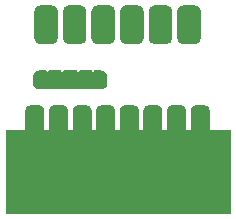
<source format=gbr>
G04 #@! TF.GenerationSoftware,KiCad,Pcbnew,(5.1.10-1-10_14)*
G04 #@! TF.CreationDate,2021-10-23T21:51:13-04:00*
G04 #@! TF.ProjectId,WiiComp,57696943-6f6d-4702-9e6b-696361645f70,1*
G04 #@! TF.SameCoordinates,Original*
G04 #@! TF.FileFunction,Soldermask,Top*
G04 #@! TF.FilePolarity,Negative*
%FSLAX46Y46*%
G04 Gerber Fmt 4.6, Leading zero omitted, Abs format (unit mm)*
G04 Created by KiCad (PCBNEW (5.1.10-1-10_14)) date 2021-10-23 21:51:13*
%MOMM*%
%LPD*%
G01*
G04 APERTURE LIST*
%ADD10C,0.100000*%
%ADD11C,0.152400*%
G04 APERTURE END LIST*
D10*
G36*
X153730000Y-92940000D02*
G01*
X134770000Y-92940000D01*
X134770000Y-85890000D01*
X153730000Y-85890000D01*
X153730000Y-92940000D01*
G37*
X153730000Y-92940000D02*
X134770000Y-92940000D01*
X134770000Y-85890000D01*
X153730000Y-85890000D01*
X153730000Y-92940000D01*
G36*
X140660000Y-80960000D02*
G01*
X142390000Y-80960000D01*
X142390000Y-82360000D01*
X140660000Y-82360000D01*
X140660000Y-80960000D01*
G37*
X140660000Y-80960000D02*
X142390000Y-80960000D01*
X142390000Y-82360000D01*
X140660000Y-82360000D01*
X140660000Y-80960000D01*
G36*
X139710000Y-82360000D02*
G01*
X138080000Y-82360000D01*
X138080000Y-80960000D01*
X139710000Y-80960000D01*
X139710000Y-82360000D01*
G37*
X139710000Y-82360000D02*
X138080000Y-82360000D01*
X138080000Y-80960000D01*
X139710000Y-80960000D01*
X139710000Y-82360000D01*
G36*
X138390000Y-81960000D02*
G01*
X138139290Y-81960000D01*
X138139290Y-81359564D01*
X138390000Y-81359564D01*
X138390000Y-81960000D01*
G37*
X138390000Y-81960000D02*
X138139290Y-81960000D01*
X138139290Y-81359564D01*
X138390000Y-81359564D01*
X138390000Y-81960000D01*
G36*
G01*
X149244200Y-78140400D02*
X149244200Y-75839600D01*
G75*
G02*
X149744600Y-75339200I500400J0D01*
G01*
X150745400Y-75339200D01*
G75*
G02*
X151245800Y-75839600I0J-500400D01*
G01*
X151245800Y-78140400D01*
G75*
G02*
X150745400Y-78640800I-500400J0D01*
G01*
X149744600Y-78640800D01*
G75*
G02*
X149244200Y-78140400I0J500400D01*
G01*
G37*
G36*
G01*
X146824200Y-78140400D02*
X146824200Y-75839600D01*
G75*
G02*
X147324600Y-75339200I500400J0D01*
G01*
X148325400Y-75339200D01*
G75*
G02*
X148825800Y-75839600I0J-500400D01*
G01*
X148825800Y-78140400D01*
G75*
G02*
X148325400Y-78640800I-500400J0D01*
G01*
X147324600Y-78640800D01*
G75*
G02*
X146824200Y-78140400I0J500400D01*
G01*
G37*
G36*
G01*
X144404200Y-78140400D02*
X144404200Y-75839600D01*
G75*
G02*
X144904600Y-75339200I500400J0D01*
G01*
X145905400Y-75339200D01*
G75*
G02*
X146405800Y-75839600I0J-500400D01*
G01*
X146405800Y-78140400D01*
G75*
G02*
X145905400Y-78640800I-500400J0D01*
G01*
X144904600Y-78640800D01*
G75*
G02*
X144404200Y-78140400I0J500400D01*
G01*
G37*
G36*
G01*
X141984200Y-78140400D02*
X141984200Y-75839600D01*
G75*
G02*
X142484600Y-75339200I500400J0D01*
G01*
X143485400Y-75339200D01*
G75*
G02*
X143985800Y-75839600I0J-500400D01*
G01*
X143985800Y-78140400D01*
G75*
G02*
X143485400Y-78640800I-500400J0D01*
G01*
X142484600Y-78640800D01*
G75*
G02*
X141984200Y-78140400I0J500400D01*
G01*
G37*
G36*
G01*
X139564200Y-78140400D02*
X139564200Y-75839600D01*
G75*
G02*
X140064600Y-75339200I500400J0D01*
G01*
X141065400Y-75339200D01*
G75*
G02*
X141565800Y-75839600I0J-500400D01*
G01*
X141565800Y-78140400D01*
G75*
G02*
X141065400Y-78640800I-500400J0D01*
G01*
X140064600Y-78640800D01*
G75*
G02*
X139564200Y-78140400I0J500400D01*
G01*
G37*
G36*
G01*
X137144200Y-78140400D02*
X137144200Y-75839600D01*
G75*
G02*
X137644600Y-75339200I500400J0D01*
G01*
X138645400Y-75339200D01*
G75*
G02*
X139145800Y-75839600I0J-500400D01*
G01*
X139145800Y-78140400D01*
G75*
G02*
X138645400Y-78640800I-500400J0D01*
G01*
X137644600Y-78640800D01*
G75*
G02*
X137144200Y-78140400I0J500400D01*
G01*
G37*
G36*
G01*
X136389200Y-90510400D02*
X136389200Y-84209600D01*
G75*
G02*
X136789600Y-83809200I400400J0D01*
G01*
X137590400Y-83809200D01*
G75*
G02*
X137990800Y-84209600I0J-400400D01*
G01*
X137990800Y-90510400D01*
G75*
G02*
X137590400Y-90910800I-400400J0D01*
G01*
X136789600Y-90910800D01*
G75*
G02*
X136389200Y-90510400I0J400400D01*
G01*
G37*
G36*
G01*
X138389200Y-90510400D02*
X138389200Y-84209600D01*
G75*
G02*
X138789600Y-83809200I400400J0D01*
G01*
X139590400Y-83809200D01*
G75*
G02*
X139990800Y-84209600I0J-400400D01*
G01*
X139990800Y-90510400D01*
G75*
G02*
X139590400Y-90910800I-400400J0D01*
G01*
X138789600Y-90910800D01*
G75*
G02*
X138389200Y-90510400I0J400400D01*
G01*
G37*
G36*
G01*
X140389200Y-90510400D02*
X140389200Y-84209600D01*
G75*
G02*
X140789600Y-83809200I400400J0D01*
G01*
X141590400Y-83809200D01*
G75*
G02*
X141990800Y-84209600I0J-400400D01*
G01*
X141990800Y-90510400D01*
G75*
G02*
X141590400Y-90910800I-400400J0D01*
G01*
X140789600Y-90910800D01*
G75*
G02*
X140389200Y-90510400I0J400400D01*
G01*
G37*
G36*
G01*
X142389200Y-90510400D02*
X142389200Y-84209600D01*
G75*
G02*
X142789600Y-83809200I400400J0D01*
G01*
X143590400Y-83809200D01*
G75*
G02*
X143990800Y-84209600I0J-400400D01*
G01*
X143990800Y-90510400D01*
G75*
G02*
X143590400Y-90910800I-400400J0D01*
G01*
X142789600Y-90910800D01*
G75*
G02*
X142389200Y-90510400I0J400400D01*
G01*
G37*
G36*
G01*
X144389200Y-90510400D02*
X144389200Y-84209600D01*
G75*
G02*
X144789600Y-83809200I400400J0D01*
G01*
X145590400Y-83809200D01*
G75*
G02*
X145990800Y-84209600I0J-400400D01*
G01*
X145990800Y-90510400D01*
G75*
G02*
X145590400Y-90910800I-400400J0D01*
G01*
X144789600Y-90910800D01*
G75*
G02*
X144389200Y-90510400I0J400400D01*
G01*
G37*
G36*
G01*
X146389200Y-90510400D02*
X146389200Y-84209600D01*
G75*
G02*
X146789600Y-83809200I400400J0D01*
G01*
X147590400Y-83809200D01*
G75*
G02*
X147990800Y-84209600I0J-400400D01*
G01*
X147990800Y-90510400D01*
G75*
G02*
X147590400Y-90910800I-400400J0D01*
G01*
X146789600Y-90910800D01*
G75*
G02*
X146389200Y-90510400I0J400400D01*
G01*
G37*
G36*
G01*
X148389200Y-90510400D02*
X148389200Y-84209600D01*
G75*
G02*
X148789600Y-83809200I400400J0D01*
G01*
X149590400Y-83809200D01*
G75*
G02*
X149990800Y-84209600I0J-400400D01*
G01*
X149990800Y-90510400D01*
G75*
G02*
X149590400Y-90910800I-400400J0D01*
G01*
X148789600Y-90910800D01*
G75*
G02*
X148389200Y-90510400I0J400400D01*
G01*
G37*
G36*
G01*
X150389200Y-90510400D02*
X150389200Y-84209600D01*
G75*
G02*
X150789600Y-83809200I400400J0D01*
G01*
X151590400Y-83809200D01*
G75*
G02*
X151990800Y-84209600I0J-400400D01*
G01*
X151990800Y-90510400D01*
G75*
G02*
X151590400Y-90910800I-400400J0D01*
G01*
X150789600Y-90910800D01*
G75*
G02*
X150389200Y-90510400I0J400400D01*
G01*
G37*
D11*
G36*
X142230089Y-82459824D02*
G01*
X142220560Y-82456933D01*
X142211777Y-82452239D01*
X142204079Y-82445921D01*
X142197761Y-82438223D01*
X142193067Y-82429440D01*
X142190176Y-82419911D01*
X142189200Y-82410000D01*
X142189200Y-80910000D01*
X142190176Y-80900089D01*
X142193067Y-80890560D01*
X142197761Y-80881777D01*
X142204079Y-80874079D01*
X142211777Y-80867761D01*
X142220560Y-80863067D01*
X142230089Y-80860176D01*
X142240000Y-80859200D01*
X142790000Y-80859200D01*
X142796113Y-80859802D01*
X142814534Y-80859802D01*
X142819514Y-80860047D01*
X142868345Y-80864857D01*
X142873275Y-80865588D01*
X142921400Y-80875160D01*
X142926237Y-80876372D01*
X142973192Y-80890616D01*
X142977885Y-80892295D01*
X143023218Y-80911072D01*
X143027726Y-80913204D01*
X143070999Y-80936335D01*
X143075273Y-80938897D01*
X143116072Y-80966157D01*
X143120077Y-80969127D01*
X143158006Y-81000255D01*
X143161700Y-81003603D01*
X143196397Y-81038300D01*
X143199745Y-81041994D01*
X143230873Y-81079923D01*
X143233843Y-81083928D01*
X143261103Y-81124727D01*
X143263665Y-81129001D01*
X143286796Y-81172274D01*
X143288928Y-81176782D01*
X143307705Y-81222115D01*
X143309384Y-81226808D01*
X143323628Y-81273763D01*
X143324840Y-81278600D01*
X143334412Y-81326725D01*
X143335143Y-81331655D01*
X143339953Y-81380486D01*
X143340198Y-81385466D01*
X143340198Y-81403887D01*
X143340800Y-81410000D01*
X143340800Y-81910000D01*
X143340198Y-81916113D01*
X143340198Y-81934534D01*
X143339953Y-81939514D01*
X143335143Y-81988345D01*
X143334412Y-81993275D01*
X143324840Y-82041400D01*
X143323628Y-82046237D01*
X143309384Y-82093192D01*
X143307705Y-82097885D01*
X143288928Y-82143218D01*
X143286796Y-82147726D01*
X143263665Y-82190999D01*
X143261103Y-82195273D01*
X143233843Y-82236072D01*
X143230873Y-82240077D01*
X143199745Y-82278006D01*
X143196397Y-82281700D01*
X143161700Y-82316397D01*
X143158006Y-82319745D01*
X143120077Y-82350873D01*
X143116072Y-82353843D01*
X143075273Y-82381103D01*
X143070999Y-82383665D01*
X143027726Y-82406796D01*
X143023218Y-82408928D01*
X142977885Y-82427705D01*
X142973192Y-82429384D01*
X142926237Y-82443628D01*
X142921400Y-82444840D01*
X142873275Y-82454412D01*
X142868345Y-82455143D01*
X142819514Y-82459953D01*
X142814534Y-82460198D01*
X142796113Y-82460198D01*
X142790000Y-82460800D01*
X142240000Y-82460800D01*
X142230089Y-82459824D01*
G37*
G36*
X140183887Y-82460198D02*
G01*
X140165466Y-82460198D01*
X140160486Y-82459953D01*
X140111655Y-82455143D01*
X140106725Y-82454412D01*
X140058600Y-82444840D01*
X140053763Y-82443628D01*
X140006808Y-82429384D01*
X140002115Y-82427705D01*
X139956782Y-82408928D01*
X139952274Y-82406796D01*
X139909001Y-82383665D01*
X139904727Y-82381103D01*
X139863928Y-82353843D01*
X139859923Y-82350873D01*
X139821994Y-82319745D01*
X139818300Y-82316397D01*
X139783603Y-82281700D01*
X139780255Y-82278006D01*
X139749127Y-82240077D01*
X139746157Y-82236072D01*
X139718897Y-82195273D01*
X139716335Y-82190999D01*
X139693204Y-82147726D01*
X139691072Y-82143218D01*
X139672295Y-82097885D01*
X139670616Y-82093192D01*
X139656372Y-82046237D01*
X139655160Y-82041400D01*
X139645588Y-81993275D01*
X139644857Y-81988345D01*
X139640047Y-81939514D01*
X139639802Y-81934534D01*
X139639802Y-81916113D01*
X139639200Y-81910000D01*
X139639200Y-81410000D01*
X139639802Y-81403887D01*
X139639802Y-81385466D01*
X139640047Y-81380486D01*
X139644857Y-81331655D01*
X139645588Y-81326725D01*
X139655160Y-81278600D01*
X139656372Y-81273763D01*
X139670616Y-81226808D01*
X139672295Y-81222115D01*
X139691072Y-81176782D01*
X139693204Y-81172274D01*
X139716335Y-81129001D01*
X139718897Y-81124727D01*
X139746157Y-81083928D01*
X139749127Y-81079923D01*
X139780255Y-81041994D01*
X139783603Y-81038300D01*
X139818300Y-81003603D01*
X139821994Y-81000255D01*
X139859923Y-80969127D01*
X139863928Y-80966157D01*
X139904727Y-80938897D01*
X139909001Y-80936335D01*
X139952274Y-80913204D01*
X139956782Y-80911072D01*
X140002115Y-80892295D01*
X140006808Y-80890616D01*
X140053763Y-80876372D01*
X140058600Y-80875160D01*
X140106725Y-80865588D01*
X140111655Y-80864857D01*
X140160486Y-80860047D01*
X140165466Y-80859802D01*
X140183887Y-80859802D01*
X140190000Y-80859200D01*
X140740000Y-80859200D01*
X140749911Y-80860176D01*
X140759440Y-80863067D01*
X140768223Y-80867761D01*
X140775921Y-80874079D01*
X140782239Y-80881777D01*
X140786933Y-80890560D01*
X140789824Y-80900089D01*
X140790800Y-80910000D01*
X140790800Y-82410000D01*
X140789824Y-82419911D01*
X140786933Y-82429440D01*
X140782239Y-82438223D01*
X140775921Y-82445921D01*
X140768223Y-82452239D01*
X140759440Y-82456933D01*
X140749911Y-82459824D01*
X140740000Y-82460800D01*
X140190000Y-82460800D01*
X140183887Y-82460198D01*
G37*
G36*
G01*
X142040800Y-80910000D02*
X142040800Y-82410000D01*
G75*
G02*
X141990000Y-82460800I-50800J0D01*
G01*
X140990000Y-82460800D01*
G75*
G02*
X140939200Y-82410000I0J50800D01*
G01*
X140939200Y-80910000D01*
G75*
G02*
X140990000Y-80859200I50800J0D01*
G01*
X141990000Y-80859200D01*
G75*
G02*
X142040800Y-80910000I0J-50800D01*
G01*
G37*
G36*
X140196113Y-80859802D02*
G01*
X140214534Y-80859802D01*
X140219514Y-80860047D01*
X140268345Y-80864857D01*
X140273275Y-80865588D01*
X140321400Y-80875160D01*
X140326237Y-80876372D01*
X140373192Y-80890616D01*
X140377885Y-80892295D01*
X140423218Y-80911072D01*
X140427726Y-80913204D01*
X140470999Y-80936335D01*
X140475273Y-80938897D01*
X140516072Y-80966157D01*
X140520077Y-80969127D01*
X140558006Y-81000255D01*
X140561700Y-81003603D01*
X140596397Y-81038300D01*
X140599745Y-81041994D01*
X140630873Y-81079923D01*
X140633843Y-81083928D01*
X140661103Y-81124727D01*
X140663665Y-81129001D01*
X140686796Y-81172274D01*
X140688928Y-81176782D01*
X140707705Y-81222115D01*
X140709384Y-81226808D01*
X140723628Y-81273763D01*
X140724840Y-81278600D01*
X140734412Y-81326725D01*
X140735143Y-81331655D01*
X140739953Y-81380486D01*
X140740198Y-81385466D01*
X140740198Y-81403887D01*
X140740800Y-81410000D01*
X140740800Y-81910000D01*
X140740198Y-81916113D01*
X140740198Y-81934534D01*
X140739953Y-81939514D01*
X140735143Y-81988345D01*
X140734412Y-81993275D01*
X140724840Y-82041400D01*
X140723628Y-82046237D01*
X140709384Y-82093192D01*
X140707705Y-82097885D01*
X140688928Y-82143218D01*
X140686796Y-82147726D01*
X140663665Y-82190999D01*
X140661103Y-82195273D01*
X140633843Y-82236072D01*
X140630873Y-82240077D01*
X140599745Y-82278006D01*
X140596397Y-82281700D01*
X140561700Y-82316397D01*
X140558006Y-82319745D01*
X140520077Y-82350873D01*
X140516072Y-82353843D01*
X140475273Y-82381103D01*
X140470999Y-82383665D01*
X140427726Y-82406796D01*
X140423218Y-82408928D01*
X140377885Y-82427705D01*
X140373192Y-82429384D01*
X140326237Y-82443628D01*
X140321400Y-82444840D01*
X140273275Y-82454412D01*
X140268345Y-82455143D01*
X140219514Y-82459953D01*
X140214534Y-82460198D01*
X140196113Y-82460198D01*
X140190000Y-82460800D01*
X139640000Y-82460800D01*
X139630089Y-82459824D01*
X139620560Y-82456933D01*
X139611777Y-82452239D01*
X139604079Y-82445921D01*
X139597761Y-82438223D01*
X139593067Y-82429440D01*
X139590176Y-82419911D01*
X139589200Y-82410000D01*
X139589200Y-80910000D01*
X139590176Y-80900089D01*
X139593067Y-80890560D01*
X139597761Y-80881777D01*
X139604079Y-80874079D01*
X139611777Y-80867761D01*
X139620560Y-80863067D01*
X139630089Y-80860176D01*
X139640000Y-80859200D01*
X140190000Y-80859200D01*
X140196113Y-80859802D01*
G37*
G36*
G01*
X138339200Y-82410000D02*
X138339200Y-80910000D01*
G75*
G02*
X138390000Y-80859200I50800J0D01*
G01*
X139390000Y-80859200D01*
G75*
G02*
X139440800Y-80910000I0J-50800D01*
G01*
X139440800Y-82410000D01*
G75*
G02*
X139390000Y-82460800I-50800J0D01*
G01*
X138390000Y-82460800D01*
G75*
G02*
X138339200Y-82410000I0J50800D01*
G01*
G37*
G36*
X138149911Y-80860176D02*
G01*
X138159440Y-80863067D01*
X138168223Y-80867761D01*
X138175921Y-80874079D01*
X138182239Y-80881777D01*
X138186933Y-80890560D01*
X138189824Y-80900089D01*
X138190800Y-80910000D01*
X138190800Y-82410000D01*
X138189824Y-82419911D01*
X138186933Y-82429440D01*
X138182239Y-82438223D01*
X138175921Y-82445921D01*
X138168223Y-82452239D01*
X138159440Y-82456933D01*
X138149911Y-82459824D01*
X138140000Y-82460800D01*
X137590000Y-82460800D01*
X137583887Y-82460198D01*
X137565466Y-82460198D01*
X137560486Y-82459953D01*
X137511655Y-82455143D01*
X137506725Y-82454412D01*
X137458600Y-82444840D01*
X137453763Y-82443628D01*
X137406808Y-82429384D01*
X137402115Y-82427705D01*
X137356782Y-82408928D01*
X137352274Y-82406796D01*
X137309001Y-82383665D01*
X137304727Y-82381103D01*
X137263928Y-82353843D01*
X137259923Y-82350873D01*
X137221994Y-82319745D01*
X137218300Y-82316397D01*
X137183603Y-82281700D01*
X137180255Y-82278006D01*
X137149127Y-82240077D01*
X137146157Y-82236072D01*
X137118897Y-82195273D01*
X137116335Y-82190999D01*
X137093204Y-82147726D01*
X137091072Y-82143218D01*
X137072295Y-82097885D01*
X137070616Y-82093192D01*
X137056372Y-82046237D01*
X137055160Y-82041400D01*
X137045588Y-81993275D01*
X137044857Y-81988345D01*
X137040047Y-81939514D01*
X137039802Y-81934534D01*
X137039802Y-81916113D01*
X137039200Y-81910000D01*
X137039200Y-81410000D01*
X137039802Y-81403887D01*
X137039802Y-81385466D01*
X137040047Y-81380486D01*
X137044857Y-81331655D01*
X137045588Y-81326725D01*
X137055160Y-81278600D01*
X137056372Y-81273763D01*
X137070616Y-81226808D01*
X137072295Y-81222115D01*
X137091072Y-81176782D01*
X137093204Y-81172274D01*
X137116335Y-81129001D01*
X137118897Y-81124727D01*
X137146157Y-81083928D01*
X137149127Y-81079923D01*
X137180255Y-81041994D01*
X137183603Y-81038300D01*
X137218300Y-81003603D01*
X137221994Y-81000255D01*
X137259923Y-80969127D01*
X137263928Y-80966157D01*
X137304727Y-80938897D01*
X137309001Y-80936335D01*
X137352274Y-80913204D01*
X137356782Y-80911072D01*
X137402115Y-80892295D01*
X137406808Y-80890616D01*
X137453763Y-80876372D01*
X137458600Y-80875160D01*
X137506725Y-80865588D01*
X137511655Y-80864857D01*
X137560486Y-80860047D01*
X137565466Y-80859802D01*
X137583887Y-80859802D01*
X137590000Y-80859200D01*
X138140000Y-80859200D01*
X138149911Y-80860176D01*
G37*
M02*

</source>
